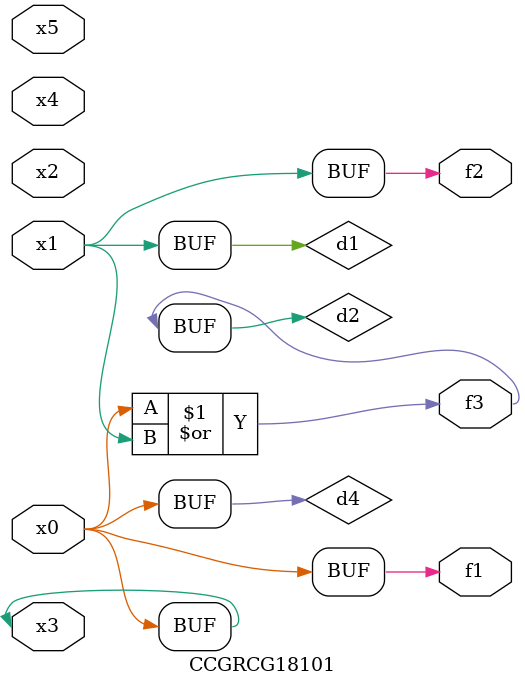
<source format=v>
module CCGRCG18101(
	input x0, x1, x2, x3, x4, x5,
	output f1, f2, f3
);

	wire d1, d2, d3, d4;

	and (d1, x1);
	or (d2, x0, x1);
	nand (d3, x0, x5);
	buf (d4, x0, x3);
	assign f1 = d4;
	assign f2 = d1;
	assign f3 = d2;
endmodule

</source>
